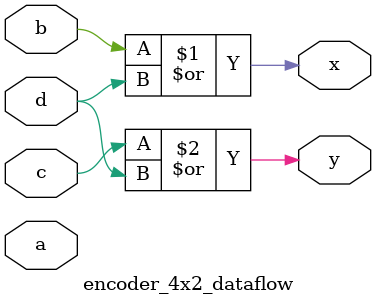
<source format=v>
`timescale 10ns/10ps


module encoder_4x2_dataflow ( a ,b ,c ,d ,x ,y );


input a ;
input b ;
input c ;
input d ;

output x ;
output y ;


assign x = b | d;
assign y = c | d;

endmodule

</source>
